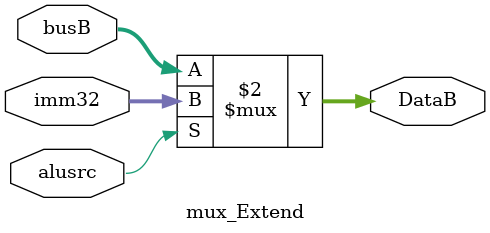
<source format=v>
module mux_Extend(busB,imm32,alusrc,DataB);
	input wire alusrc;
	input wire[31:0] busB,imm32;
	output wire[31:0] DataB;

	assign DataB=(alusrc==0)?busB:imm32;
endmodule

</source>
